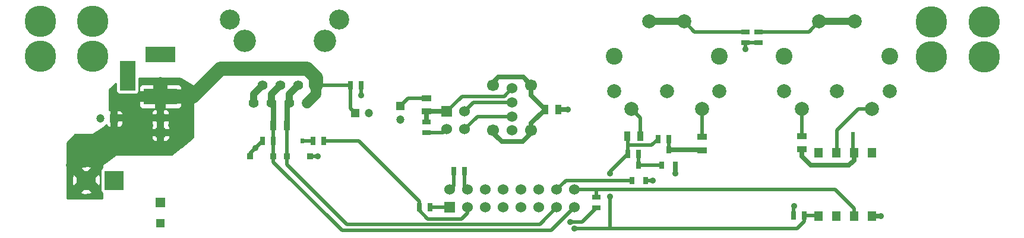
<source format=gtl>
G04 (created by PCBNEW (2013-07-07 BZR 4022)-stable) date 14/05/2014 10:05:02*
%MOIN*%
G04 Gerber Fmt 3.4, Leading zero omitted, Abs format*
%FSLAX34Y34*%
G01*
G70*
G90*
G04 APERTURE LIST*
%ADD10C,0.00590551*%
%ADD11R,0.0315X0.0394*%
%ADD12R,0.0335X0.0335*%
%ADD13C,0.0472441*%
%ADD14R,0.0472441X0.0472441*%
%ADD15R,0.025X0.045*%
%ADD16R,0.045X0.025*%
%ADD17R,0.035X0.055*%
%ADD18R,0.055X0.035*%
%ADD19R,0.0472441X0.0551181*%
%ADD20R,0.024X0.027*%
%ADD21R,0.06X0.06*%
%ADD22C,0.06*%
%ADD23R,0.11X0.11*%
%ADD24C,0.11*%
%ADD25R,0.0511811X0.0511811*%
%ADD26C,0.177165*%
%ADD27C,0.0551181*%
%ADD28C,0.112205*%
%ADD29C,0.125984*%
%ADD30C,0.0669291*%
%ADD31C,0.0944882*%
%ADD32C,0.0787402*%
%ADD33R,0.0531496X0.0531496*%
%ADD34R,0.169291X0.0905512*%
%ADD35R,0.188976X0.0905512*%
%ADD36R,0.0905512X0.169291*%
%ADD37C,0.035*%
%ADD38C,0.02*%
%ADD39C,0.08*%
%ADD40C,0.04*%
%ADD41C,0.06*%
%ADD42C,0.05*%
%ADD43C,0.03*%
%ADD44C,0.015*%
%ADD45C,0.025*%
%ADD46C,0.01*%
G04 APERTURE END LIST*
G54D10*
G54D11*
X36275Y-8267D03*
X36650Y-9133D03*
X35900Y-9133D03*
G54D12*
X12786Y-8610D03*
X14104Y-8610D03*
X16164Y-8625D03*
X14846Y-8625D03*
G54D13*
X19468Y-6175D03*
G54D14*
X18681Y-6175D03*
G54D15*
X24220Y-9460D03*
X24820Y-9460D03*
G54D16*
X40585Y-1610D03*
X40585Y-2210D03*
G54D15*
X43905Y-11955D03*
X43305Y-11955D03*
X18415Y-4615D03*
X19015Y-4615D03*
X34600Y-8500D03*
X34000Y-8500D03*
G54D16*
X41310Y-1610D03*
X41310Y-2210D03*
G54D15*
X36275Y-7650D03*
X35675Y-7650D03*
G54D16*
X32215Y-10935D03*
X32215Y-11535D03*
G54D15*
X16320Y-7750D03*
X16920Y-7750D03*
X13500Y-7750D03*
X14100Y-7750D03*
X22875Y-11500D03*
X22275Y-11500D03*
G54D17*
X34700Y-7475D03*
X33950Y-7475D03*
G54D18*
X38150Y-7525D03*
X38150Y-8275D03*
X43750Y-7475D03*
X43750Y-8225D03*
G54D17*
X14845Y-6870D03*
X14095Y-6870D03*
G54D19*
X47675Y-8428D03*
X46675Y-8428D03*
X45675Y-8428D03*
X44675Y-8428D03*
X47675Y-11971D03*
X46675Y-11971D03*
X45675Y-11971D03*
X44675Y-11971D03*
G54D20*
X15730Y-7750D03*
X14850Y-7750D03*
X45735Y-7375D03*
X46615Y-7375D03*
G54D11*
X34600Y-9117D03*
X34975Y-9983D03*
X34225Y-9983D03*
G54D21*
X24000Y-11500D03*
G54D22*
X24000Y-10500D03*
X25000Y-11500D03*
X25000Y-10500D03*
X26000Y-11500D03*
X26000Y-10500D03*
X27000Y-11500D03*
X27000Y-10500D03*
X28000Y-11500D03*
X28000Y-10500D03*
X29000Y-11500D03*
X29000Y-10500D03*
X30000Y-11500D03*
X30000Y-10500D03*
X31000Y-11500D03*
X31000Y-10500D03*
G54D23*
X5150Y-9970D03*
G54D24*
X3591Y-9970D03*
G54D13*
X4386Y-6490D03*
G54D14*
X5173Y-6490D03*
G54D25*
X7760Y-12372D03*
X7760Y-6467D03*
G54D26*
X53986Y-3014D03*
X51033Y-3014D03*
X53986Y-1045D03*
X51033Y-1045D03*
X3966Y-2979D03*
X1013Y-2979D03*
X3966Y-1010D03*
X1013Y-1010D03*
G54D16*
X22675Y-7300D03*
X22675Y-6700D03*
G54D21*
X23825Y-6100D03*
G54D22*
X24825Y-6100D03*
X23825Y-7100D03*
X24825Y-7100D03*
G54D18*
X22675Y-6100D03*
X22675Y-5350D03*
G54D13*
X21225Y-6568D03*
G54D14*
X21225Y-5781D03*
G54D17*
X30100Y-5975D03*
X29350Y-5975D03*
G54D27*
X12975Y-5610D03*
X13975Y-5610D03*
X14975Y-5610D03*
X15975Y-5610D03*
X14475Y-4610D03*
X15475Y-4610D03*
G54D28*
X11673Y-909D03*
X17776Y-909D03*
G54D27*
X13475Y-4610D03*
X16475Y-4610D03*
G54D29*
X12475Y-2110D03*
X16975Y-2110D03*
G54D22*
X27500Y-4800D03*
X27500Y-5587D03*
X27500Y-6374D03*
G54D30*
X28570Y-4611D03*
G54D22*
X27500Y-7162D03*
G54D30*
X28570Y-7162D03*
X26429Y-4611D03*
X26429Y-7162D03*
G54D31*
X42772Y-3000D03*
G54D32*
X43756Y-5952D03*
X44740Y-1031D03*
X42772Y-4968D03*
X45725Y-4968D03*
X48677Y-4968D03*
X47693Y-5952D03*
X46709Y-1031D03*
G54D31*
X48677Y-3000D03*
X33222Y-3000D03*
G54D32*
X34206Y-5952D03*
X35190Y-1031D03*
X33222Y-4968D03*
X36175Y-4968D03*
X39127Y-4968D03*
X38143Y-5952D03*
X37159Y-1031D03*
G54D31*
X39127Y-3000D03*
G54D33*
X7763Y-11220D03*
X7763Y-7283D03*
G54D34*
X7760Y-2888D03*
G54D35*
X7760Y-5251D03*
G54D36*
X5909Y-4070D03*
G54D37*
X30750Y-12315D03*
X33000Y-9575D03*
X33000Y-10900D03*
X30995Y-12685D03*
X48175Y-11975D03*
X36650Y-9600D03*
X30625Y-5975D03*
X19025Y-5175D03*
X35400Y-10000D03*
X40585Y-2585D03*
X13082Y-8167D03*
X16595Y-8625D03*
X43310Y-11425D03*
G54D38*
X24820Y-9460D02*
X24820Y-10320D01*
X24820Y-10320D02*
X25000Y-10500D01*
X30750Y-12315D02*
X31435Y-12315D01*
X31435Y-12315D02*
X32215Y-11535D01*
X25000Y-11500D02*
X25000Y-11805D01*
X22275Y-11665D02*
X22275Y-11500D01*
X22755Y-12145D02*
X22275Y-11665D01*
X24660Y-12145D02*
X22755Y-12145D01*
X25000Y-11805D02*
X24660Y-12145D01*
X22275Y-11500D02*
X22275Y-11150D01*
X22275Y-11150D02*
X18875Y-7750D01*
X18875Y-7750D02*
X16920Y-7750D01*
X33000Y-12685D02*
X43490Y-12685D01*
X43490Y-12685D02*
X43905Y-12270D01*
X43905Y-12270D02*
X43905Y-11955D01*
X43905Y-11955D02*
X44658Y-11955D01*
X44658Y-11955D02*
X44675Y-11971D01*
X34000Y-8000D02*
X35325Y-8000D01*
X35325Y-8000D02*
X35675Y-7650D01*
X33000Y-9575D02*
X33000Y-9500D01*
X33000Y-12685D02*
X33000Y-10900D01*
X33000Y-9500D02*
X34000Y-8500D01*
X34000Y-8500D02*
X34000Y-8000D01*
X34000Y-8000D02*
X34000Y-7525D01*
X34000Y-7525D02*
X33950Y-7475D01*
X30995Y-12685D02*
X33000Y-12685D01*
X25000Y-11500D02*
X25000Y-11675D01*
G54D39*
X16475Y-4610D02*
X16475Y-4195D01*
X9588Y-5251D02*
X7760Y-5251D01*
X11140Y-3700D02*
X9588Y-5251D01*
X15980Y-3700D02*
X11140Y-3700D01*
X16475Y-4195D02*
X15980Y-3700D01*
G54D40*
X7763Y-7283D02*
X7763Y-6471D01*
X7763Y-6471D02*
X7760Y-6467D01*
X7763Y-7283D02*
X7763Y-8106D01*
X7763Y-7283D02*
X6972Y-7283D01*
X6972Y-7283D02*
X6940Y-7314D01*
X7763Y-7283D02*
X8488Y-7283D01*
X8488Y-7283D02*
X8511Y-7259D01*
G54D39*
X7760Y-5251D02*
X7760Y-4555D01*
X7760Y-4555D02*
X7759Y-4555D01*
G54D41*
X7760Y-5251D02*
X6678Y-5251D01*
X6678Y-5251D02*
X6677Y-5251D01*
G54D40*
X7760Y-6467D02*
X5196Y-6467D01*
X5196Y-6467D02*
X5173Y-6490D01*
X7760Y-6467D02*
X8382Y-6467D01*
X8382Y-6467D02*
X8400Y-6450D01*
X7760Y-6467D02*
X7760Y-5850D01*
G54D41*
X7760Y-5850D02*
X7760Y-5251D01*
X7760Y-5251D02*
X8873Y-5251D01*
G54D42*
X8901Y-5251D02*
X8910Y-5260D01*
X8873Y-5251D02*
X8901Y-5251D01*
G54D40*
X5173Y-6490D02*
X5173Y-7116D01*
X5173Y-7116D02*
X5170Y-7120D01*
X5173Y-6490D02*
X5173Y-5933D01*
X5173Y-5933D02*
X5170Y-5930D01*
G54D41*
X3591Y-9970D02*
X3591Y-9952D01*
X3591Y-9952D02*
X4094Y-9448D01*
X3591Y-9970D02*
X3611Y-9970D01*
X3611Y-9970D02*
X4094Y-10452D01*
X3591Y-9970D02*
X3591Y-9971D01*
X3591Y-9971D02*
X2952Y-10610D01*
G54D40*
X16475Y-4610D02*
X16460Y-4610D01*
G54D38*
X18415Y-4615D02*
X18415Y-5908D01*
X18415Y-5908D02*
X18681Y-6175D01*
X18410Y-4610D02*
X18415Y-4615D01*
X16475Y-4610D02*
X18410Y-4610D01*
G54D41*
X16475Y-5110D02*
X15975Y-5610D01*
X16475Y-4610D02*
X16475Y-5110D01*
G54D40*
X3591Y-9970D02*
X3612Y-9970D01*
X3591Y-9970D02*
X3599Y-9970D01*
X3591Y-9970D02*
X3591Y-9967D01*
G54D41*
X3591Y-9967D02*
X2751Y-9127D01*
G54D40*
X14975Y-5610D02*
X14975Y-5110D01*
X14975Y-5110D02*
X15475Y-4610D01*
G54D38*
X29050Y-12450D02*
X18225Y-12450D01*
X30000Y-11500D02*
X29050Y-12450D01*
X14846Y-9071D02*
X14846Y-8625D01*
X18225Y-12450D02*
X14846Y-9071D01*
G54D43*
X14845Y-5740D02*
X14975Y-5610D01*
X14845Y-6870D02*
X14845Y-5740D01*
G54D38*
X14850Y-6875D02*
X14845Y-6870D01*
X14850Y-7750D02*
X14850Y-6875D01*
X14850Y-8621D02*
X14846Y-8625D01*
X14850Y-7750D02*
X14850Y-8621D01*
G54D40*
X13975Y-5610D02*
X13975Y-5110D01*
X13975Y-5110D02*
X14475Y-4610D01*
G54D38*
X29700Y-12800D02*
X17950Y-12800D01*
X31000Y-11500D02*
X29700Y-12800D01*
X14104Y-8954D02*
X14104Y-8610D01*
X17950Y-12800D02*
X14104Y-8954D01*
G54D43*
X14095Y-5730D02*
X13975Y-5610D01*
X14095Y-6870D02*
X14095Y-5730D01*
G54D38*
X14100Y-8606D02*
X14104Y-8610D01*
X14100Y-7750D02*
X14100Y-8606D01*
X14100Y-6875D02*
X14095Y-6870D01*
X14100Y-7750D02*
X14100Y-6875D01*
G54D44*
X14104Y-8610D02*
X14104Y-8599D01*
G54D40*
X12975Y-5610D02*
X12975Y-5110D01*
X12975Y-5110D02*
X13475Y-4610D01*
G54D38*
X40585Y-2210D02*
X41310Y-2210D01*
G54D45*
X47675Y-11971D02*
X48171Y-11971D01*
X48171Y-11971D02*
X48175Y-11975D01*
X36650Y-9133D02*
X36650Y-9600D01*
G54D38*
X22675Y-7300D02*
X23625Y-7300D01*
X23625Y-7300D02*
X23825Y-7100D01*
G54D45*
X30100Y-5975D02*
X30625Y-5975D01*
G54D38*
X24220Y-9460D02*
X24220Y-10280D01*
X24220Y-10280D02*
X24000Y-10500D01*
X22875Y-11500D02*
X24000Y-11500D01*
X19015Y-4615D02*
X19015Y-5165D01*
X19015Y-5165D02*
X19025Y-5175D01*
X34975Y-9983D02*
X35383Y-9983D01*
X35383Y-9983D02*
X35400Y-10000D01*
X40585Y-2210D02*
X40585Y-2585D01*
X13082Y-8167D02*
X13500Y-7750D01*
X12786Y-8464D02*
X13082Y-8167D01*
X12786Y-8610D02*
X12786Y-8464D01*
X16164Y-8625D02*
X16595Y-8625D01*
X43305Y-11430D02*
X43310Y-11425D01*
X43305Y-11955D02*
X43305Y-11430D01*
X32235Y-10500D02*
X45625Y-10500D01*
X46675Y-11550D02*
X45625Y-10500D01*
X46675Y-11550D02*
X46675Y-11971D01*
X32235Y-10500D02*
X32215Y-10520D01*
X32215Y-10935D02*
X32215Y-10520D01*
X32215Y-10520D02*
X32235Y-10500D01*
X31000Y-10500D02*
X32235Y-10500D01*
X34225Y-9983D02*
X30517Y-9983D01*
X30517Y-9983D02*
X30000Y-10500D01*
X34600Y-8500D02*
X34600Y-9117D01*
X35900Y-9133D02*
X34616Y-9133D01*
X34616Y-9133D02*
X34600Y-9117D01*
X38150Y-7525D02*
X38150Y-5959D01*
X38150Y-5959D02*
X38143Y-5952D01*
X15730Y-7750D02*
X16320Y-7750D01*
X27500Y-5587D02*
X25337Y-5587D01*
X25337Y-5587D02*
X24825Y-6100D01*
X22675Y-5350D02*
X21656Y-5350D01*
X21656Y-5350D02*
X21225Y-5781D01*
G54D45*
X22675Y-6700D02*
X22675Y-6100D01*
X23825Y-6100D02*
X22675Y-6100D01*
G54D38*
X27500Y-4800D02*
X27050Y-5250D01*
X24675Y-5250D02*
X23825Y-6100D01*
X27050Y-5250D02*
X24675Y-5250D01*
X27500Y-6374D02*
X25550Y-6374D01*
X25550Y-6374D02*
X24825Y-7100D01*
G54D45*
X28570Y-7162D02*
X28570Y-6754D01*
X28570Y-6754D02*
X29350Y-5975D01*
X28570Y-4611D02*
X28570Y-5195D01*
X28570Y-5195D02*
X29350Y-5975D01*
X26429Y-4611D02*
X26429Y-4470D01*
X28124Y-4164D02*
X28570Y-4611D01*
X26735Y-4164D02*
X28124Y-4164D01*
X26429Y-4470D02*
X26735Y-4164D01*
X26429Y-7162D02*
X26429Y-7304D01*
X28570Y-7304D02*
X28570Y-7162D01*
X28089Y-7785D02*
X28570Y-7304D01*
X26910Y-7785D02*
X28089Y-7785D01*
X26429Y-7304D02*
X26910Y-7785D01*
G54D38*
X41310Y-1610D02*
X44162Y-1610D01*
X44162Y-1610D02*
X44740Y-1031D01*
G54D40*
X44740Y-1031D02*
X46709Y-1031D01*
G54D45*
X43750Y-8225D02*
X43750Y-8625D01*
X46675Y-8850D02*
X46675Y-8428D01*
X46400Y-9125D02*
X46675Y-8850D01*
X44250Y-9125D02*
X46400Y-9125D01*
X43750Y-8625D02*
X44250Y-9125D01*
G54D38*
X46615Y-7375D02*
X46615Y-8368D01*
X46615Y-8368D02*
X46675Y-8428D01*
X47693Y-5952D02*
X46922Y-5952D01*
X45735Y-7140D02*
X45735Y-7375D01*
X46922Y-5952D02*
X45735Y-7140D01*
X45735Y-7375D02*
X45735Y-8368D01*
X45735Y-8368D02*
X45675Y-8428D01*
X43750Y-7475D02*
X43750Y-5959D01*
X43750Y-5959D02*
X43756Y-5952D01*
X36275Y-7650D02*
X36275Y-8267D01*
G54D45*
X36275Y-8267D02*
X38142Y-8267D01*
G54D38*
X38142Y-8267D02*
X38150Y-8275D01*
X34700Y-7475D02*
X34700Y-6446D01*
X34700Y-6446D02*
X34206Y-5952D01*
X40585Y-1610D02*
X37737Y-1610D01*
X37737Y-1610D02*
X37159Y-1031D01*
G54D40*
X35190Y-1031D02*
X37159Y-1031D01*
G54D10*
G36*
X9590Y-7546D02*
X8954Y-8073D01*
X8954Y-5753D01*
X8954Y-4748D01*
X8916Y-4656D01*
X8846Y-4586D01*
X8754Y-4548D01*
X8655Y-4548D01*
X7872Y-4548D01*
X7810Y-4610D01*
X7810Y-5201D01*
X8892Y-5201D01*
X8954Y-5138D01*
X8954Y-4748D01*
X8954Y-5753D01*
X8954Y-5363D01*
X8892Y-5301D01*
X7810Y-5301D01*
X7810Y-5891D01*
X7872Y-5953D01*
X8655Y-5953D01*
X8754Y-5953D01*
X8846Y-5915D01*
X8916Y-5845D01*
X8954Y-5753D01*
X8954Y-8073D01*
X8885Y-8130D01*
X8406Y-8532D01*
X8279Y-8532D01*
X8279Y-7598D01*
X8279Y-6968D01*
X8241Y-6876D01*
X8228Y-6863D01*
X8265Y-6772D01*
X8265Y-6161D01*
X8227Y-6069D01*
X8157Y-5999D01*
X8065Y-5961D01*
X7966Y-5961D01*
X7872Y-5961D01*
X7810Y-6023D01*
X7810Y-6417D01*
X8203Y-6417D01*
X8265Y-6354D01*
X8265Y-6161D01*
X8265Y-6772D01*
X8265Y-6579D01*
X8203Y-6517D01*
X7810Y-6517D01*
X7810Y-6910D01*
X7813Y-6914D01*
X7813Y-7233D01*
X8217Y-7233D01*
X8279Y-7170D01*
X8279Y-6968D01*
X8279Y-7598D01*
X8279Y-7395D01*
X8217Y-7333D01*
X7813Y-7333D01*
X7813Y-7736D01*
X7876Y-7799D01*
X7980Y-7799D01*
X8079Y-7799D01*
X8171Y-7761D01*
X8241Y-7690D01*
X8279Y-7598D01*
X8279Y-8532D01*
X7713Y-8532D01*
X7713Y-7736D01*
X7713Y-7333D01*
X7713Y-7233D01*
X7713Y-6830D01*
X7710Y-6826D01*
X7710Y-6517D01*
X7710Y-6417D01*
X7710Y-6023D01*
X7710Y-5891D01*
X7710Y-5301D01*
X7710Y-5201D01*
X7710Y-4610D01*
X7647Y-4548D01*
X6864Y-4548D01*
X6765Y-4548D01*
X6673Y-4586D01*
X6603Y-4656D01*
X6565Y-4748D01*
X6565Y-5138D01*
X6627Y-5201D01*
X7710Y-5201D01*
X7710Y-5301D01*
X6627Y-5301D01*
X6565Y-5363D01*
X6565Y-5753D01*
X6603Y-5845D01*
X6673Y-5915D01*
X6765Y-5953D01*
X6864Y-5953D01*
X7647Y-5953D01*
X7710Y-5891D01*
X7710Y-6023D01*
X7647Y-5961D01*
X7553Y-5961D01*
X7454Y-5961D01*
X7362Y-5999D01*
X7292Y-6069D01*
X7254Y-6161D01*
X7254Y-6354D01*
X7316Y-6417D01*
X7710Y-6417D01*
X7710Y-6517D01*
X7316Y-6517D01*
X7254Y-6579D01*
X7254Y-6772D01*
X7292Y-6864D01*
X7294Y-6867D01*
X7285Y-6876D01*
X7247Y-6968D01*
X7248Y-7170D01*
X7310Y-7233D01*
X7713Y-7233D01*
X7713Y-7333D01*
X7310Y-7333D01*
X7248Y-7395D01*
X7247Y-7598D01*
X7285Y-7690D01*
X7356Y-7761D01*
X7448Y-7799D01*
X7547Y-7799D01*
X7651Y-7799D01*
X7713Y-7736D01*
X7713Y-8532D01*
X5659Y-8532D01*
X5659Y-6775D01*
X5659Y-6204D01*
X5621Y-6112D01*
X5551Y-6041D01*
X5459Y-6003D01*
X5360Y-6003D01*
X5286Y-6003D01*
X5223Y-6066D01*
X5223Y-6440D01*
X5597Y-6440D01*
X5659Y-6377D01*
X5659Y-6204D01*
X5659Y-6775D01*
X5659Y-6602D01*
X5597Y-6540D01*
X5223Y-6540D01*
X5223Y-6913D01*
X5286Y-6976D01*
X5360Y-6976D01*
X5459Y-6976D01*
X5551Y-6938D01*
X5621Y-6867D01*
X5659Y-6775D01*
X5659Y-8532D01*
X5259Y-8532D01*
X4715Y-8916D01*
X4477Y-9088D01*
X4477Y-9259D01*
X4430Y-9306D01*
X4400Y-9380D01*
X4399Y-9459D01*
X4399Y-10559D01*
X4430Y-10633D01*
X4477Y-10680D01*
X4477Y-10973D01*
X4394Y-10973D01*
X4394Y-10111D01*
X4387Y-9793D01*
X4279Y-9531D01*
X4157Y-9473D01*
X4087Y-9544D01*
X4087Y-9403D01*
X4029Y-9281D01*
X3732Y-9166D01*
X3414Y-9173D01*
X3152Y-9281D01*
X3094Y-9403D01*
X3591Y-9899D01*
X4087Y-9403D01*
X4087Y-9544D01*
X3661Y-9970D01*
X4157Y-10466D01*
X4279Y-10408D01*
X4394Y-10111D01*
X4394Y-10973D01*
X4087Y-10973D01*
X4087Y-10536D01*
X3591Y-10040D01*
X3520Y-10111D01*
X3520Y-9970D01*
X3024Y-9473D01*
X2902Y-9531D01*
X2787Y-9828D01*
X2794Y-10146D01*
X2902Y-10408D01*
X3024Y-10466D01*
X3520Y-9970D01*
X3520Y-10111D01*
X3094Y-10536D01*
X3152Y-10658D01*
X3449Y-10773D01*
X3767Y-10766D01*
X4029Y-10658D01*
X4087Y-10536D01*
X4087Y-10973D01*
X2510Y-10973D01*
X2510Y-7855D01*
X2792Y-7573D01*
X2974Y-7372D01*
X3971Y-7372D01*
X4515Y-7010D01*
X4727Y-6869D01*
X4795Y-6938D01*
X4887Y-6976D01*
X4986Y-6976D01*
X5061Y-6976D01*
X5123Y-6913D01*
X5123Y-6540D01*
X5115Y-6540D01*
X5115Y-6440D01*
X5123Y-6440D01*
X5123Y-6066D01*
X5061Y-6003D01*
X4986Y-6003D01*
X4892Y-6003D01*
X4892Y-4864D01*
X5256Y-4535D01*
X5256Y-4956D01*
X5287Y-5029D01*
X5343Y-5085D01*
X5416Y-5116D01*
X5496Y-5116D01*
X6401Y-5116D01*
X6475Y-5086D01*
X6531Y-5029D01*
X6562Y-4956D01*
X6562Y-4876D01*
X6562Y-4203D01*
X8825Y-4203D01*
X8926Y-4261D01*
X9590Y-4668D01*
X9590Y-7546D01*
X9590Y-7546D01*
G37*
G54D46*
X9590Y-7546D02*
X8954Y-8073D01*
X8954Y-5753D01*
X8954Y-4748D01*
X8916Y-4656D01*
X8846Y-4586D01*
X8754Y-4548D01*
X8655Y-4548D01*
X7872Y-4548D01*
X7810Y-4610D01*
X7810Y-5201D01*
X8892Y-5201D01*
X8954Y-5138D01*
X8954Y-4748D01*
X8954Y-5753D01*
X8954Y-5363D01*
X8892Y-5301D01*
X7810Y-5301D01*
X7810Y-5891D01*
X7872Y-5953D01*
X8655Y-5953D01*
X8754Y-5953D01*
X8846Y-5915D01*
X8916Y-5845D01*
X8954Y-5753D01*
X8954Y-8073D01*
X8885Y-8130D01*
X8406Y-8532D01*
X8279Y-8532D01*
X8279Y-7598D01*
X8279Y-6968D01*
X8241Y-6876D01*
X8228Y-6863D01*
X8265Y-6772D01*
X8265Y-6161D01*
X8227Y-6069D01*
X8157Y-5999D01*
X8065Y-5961D01*
X7966Y-5961D01*
X7872Y-5961D01*
X7810Y-6023D01*
X7810Y-6417D01*
X8203Y-6417D01*
X8265Y-6354D01*
X8265Y-6161D01*
X8265Y-6772D01*
X8265Y-6579D01*
X8203Y-6517D01*
X7810Y-6517D01*
X7810Y-6910D01*
X7813Y-6914D01*
X7813Y-7233D01*
X8217Y-7233D01*
X8279Y-7170D01*
X8279Y-6968D01*
X8279Y-7598D01*
X8279Y-7395D01*
X8217Y-7333D01*
X7813Y-7333D01*
X7813Y-7736D01*
X7876Y-7799D01*
X7980Y-7799D01*
X8079Y-7799D01*
X8171Y-7761D01*
X8241Y-7690D01*
X8279Y-7598D01*
X8279Y-8532D01*
X7713Y-8532D01*
X7713Y-7736D01*
X7713Y-7333D01*
X7713Y-7233D01*
X7713Y-6830D01*
X7710Y-6826D01*
X7710Y-6517D01*
X7710Y-6417D01*
X7710Y-6023D01*
X7710Y-5891D01*
X7710Y-5301D01*
X7710Y-5201D01*
X7710Y-4610D01*
X7647Y-4548D01*
X6864Y-4548D01*
X6765Y-4548D01*
X6673Y-4586D01*
X6603Y-4656D01*
X6565Y-4748D01*
X6565Y-5138D01*
X6627Y-5201D01*
X7710Y-5201D01*
X7710Y-5301D01*
X6627Y-5301D01*
X6565Y-5363D01*
X6565Y-5753D01*
X6603Y-5845D01*
X6673Y-5915D01*
X6765Y-5953D01*
X6864Y-5953D01*
X7647Y-5953D01*
X7710Y-5891D01*
X7710Y-6023D01*
X7647Y-5961D01*
X7553Y-5961D01*
X7454Y-5961D01*
X7362Y-5999D01*
X7292Y-6069D01*
X7254Y-6161D01*
X7254Y-6354D01*
X7316Y-6417D01*
X7710Y-6417D01*
X7710Y-6517D01*
X7316Y-6517D01*
X7254Y-6579D01*
X7254Y-6772D01*
X7292Y-6864D01*
X7294Y-6867D01*
X7285Y-6876D01*
X7247Y-6968D01*
X7248Y-7170D01*
X7310Y-7233D01*
X7713Y-7233D01*
X7713Y-7333D01*
X7310Y-7333D01*
X7248Y-7395D01*
X7247Y-7598D01*
X7285Y-7690D01*
X7356Y-7761D01*
X7448Y-7799D01*
X7547Y-7799D01*
X7651Y-7799D01*
X7713Y-7736D01*
X7713Y-8532D01*
X5659Y-8532D01*
X5659Y-6775D01*
X5659Y-6204D01*
X5621Y-6112D01*
X5551Y-6041D01*
X5459Y-6003D01*
X5360Y-6003D01*
X5286Y-6003D01*
X5223Y-6066D01*
X5223Y-6440D01*
X5597Y-6440D01*
X5659Y-6377D01*
X5659Y-6204D01*
X5659Y-6775D01*
X5659Y-6602D01*
X5597Y-6540D01*
X5223Y-6540D01*
X5223Y-6913D01*
X5286Y-6976D01*
X5360Y-6976D01*
X5459Y-6976D01*
X5551Y-6938D01*
X5621Y-6867D01*
X5659Y-6775D01*
X5659Y-8532D01*
X5259Y-8532D01*
X4715Y-8916D01*
X4477Y-9088D01*
X4477Y-9259D01*
X4430Y-9306D01*
X4400Y-9380D01*
X4399Y-9459D01*
X4399Y-10559D01*
X4430Y-10633D01*
X4477Y-10680D01*
X4477Y-10973D01*
X4394Y-10973D01*
X4394Y-10111D01*
X4387Y-9793D01*
X4279Y-9531D01*
X4157Y-9473D01*
X4087Y-9544D01*
X4087Y-9403D01*
X4029Y-9281D01*
X3732Y-9166D01*
X3414Y-9173D01*
X3152Y-9281D01*
X3094Y-9403D01*
X3591Y-9899D01*
X4087Y-9403D01*
X4087Y-9544D01*
X3661Y-9970D01*
X4157Y-10466D01*
X4279Y-10408D01*
X4394Y-10111D01*
X4394Y-10973D01*
X4087Y-10973D01*
X4087Y-10536D01*
X3591Y-10040D01*
X3520Y-10111D01*
X3520Y-9970D01*
X3024Y-9473D01*
X2902Y-9531D01*
X2787Y-9828D01*
X2794Y-10146D01*
X2902Y-10408D01*
X3024Y-10466D01*
X3520Y-9970D01*
X3520Y-10111D01*
X3094Y-10536D01*
X3152Y-10658D01*
X3449Y-10773D01*
X3767Y-10766D01*
X4029Y-10658D01*
X4087Y-10536D01*
X4087Y-10973D01*
X2510Y-10973D01*
X2510Y-7855D01*
X2792Y-7573D01*
X2974Y-7372D01*
X3971Y-7372D01*
X4515Y-7010D01*
X4727Y-6869D01*
X4795Y-6938D01*
X4887Y-6976D01*
X4986Y-6976D01*
X5061Y-6976D01*
X5123Y-6913D01*
X5123Y-6540D01*
X5115Y-6540D01*
X5115Y-6440D01*
X5123Y-6440D01*
X5123Y-6066D01*
X5061Y-6003D01*
X4986Y-6003D01*
X4892Y-6003D01*
X4892Y-4864D01*
X5256Y-4535D01*
X5256Y-4956D01*
X5287Y-5029D01*
X5343Y-5085D01*
X5416Y-5116D01*
X5496Y-5116D01*
X6401Y-5116D01*
X6475Y-5086D01*
X6531Y-5029D01*
X6562Y-4956D01*
X6562Y-4876D01*
X6562Y-4203D01*
X8825Y-4203D01*
X8926Y-4261D01*
X9590Y-4668D01*
X9590Y-7546D01*
M02*

</source>
